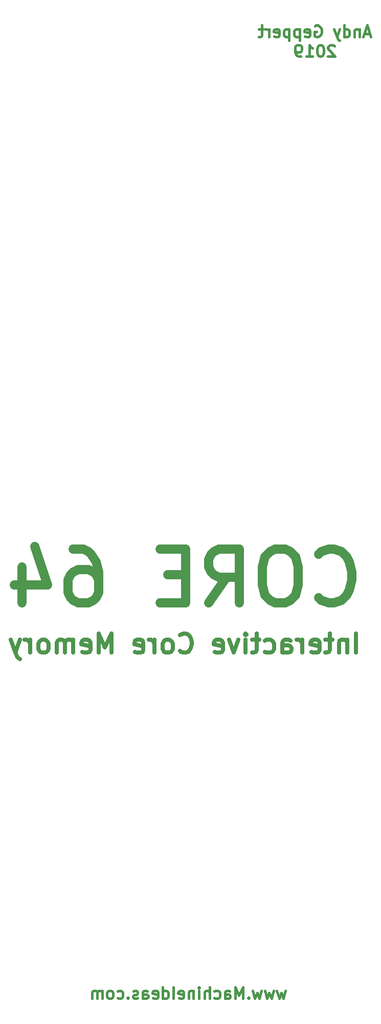
<source format=gbr>
G04 #@! TF.GenerationSoftware,KiCad,Pcbnew,(5.1.2-1)-1*
G04 #@! TF.CreationDate,2019-08-09T18:15:57-05:00*
G04 #@! TF.ProjectId,Interactive Core Memory Badge v0.1,496e7465-7261-4637-9469-766520436f72,0.1*
G04 #@! TF.SameCoordinates,Original*
G04 #@! TF.FileFunction,Legend,Bot*
G04 #@! TF.FilePolarity,Positive*
%FSLAX46Y46*%
G04 Gerber Fmt 4.6, Leading zero omitted, Abs format (unit mm)*
G04 Created by KiCad (PCBNEW (5.1.2-1)-1) date 2019-08-09 18:15:57*
%MOMM*%
%LPD*%
G04 APERTURE LIST*
%ADD10C,0.381000*%
%ADD11C,1.524000*%
%ADD12C,0.635000*%
G04 APERTURE END LIST*
D10*
X110716785Y-191361785D02*
X110353928Y-192631785D01*
X109991071Y-191724642D01*
X109628214Y-192631785D01*
X109265357Y-191361785D01*
X108721071Y-191361785D02*
X108358214Y-192631785D01*
X107995357Y-191724642D01*
X107632500Y-192631785D01*
X107269642Y-191361785D01*
X106725357Y-191361785D02*
X106362500Y-192631785D01*
X105999642Y-191724642D01*
X105636785Y-192631785D01*
X105273928Y-191361785D01*
X104548214Y-192450357D02*
X104457500Y-192541071D01*
X104548214Y-192631785D01*
X104638928Y-192541071D01*
X104548214Y-192450357D01*
X104548214Y-192631785D01*
X103641071Y-192631785D02*
X103641071Y-190726785D01*
X103006071Y-192087500D01*
X102371071Y-190726785D01*
X102371071Y-192631785D01*
X100647500Y-192631785D02*
X100647500Y-191633928D01*
X100738214Y-191452500D01*
X100919642Y-191361785D01*
X101282500Y-191361785D01*
X101463928Y-191452500D01*
X100647500Y-192541071D02*
X100828928Y-192631785D01*
X101282500Y-192631785D01*
X101463928Y-192541071D01*
X101554642Y-192359642D01*
X101554642Y-192178214D01*
X101463928Y-191996785D01*
X101282500Y-191906071D01*
X100828928Y-191906071D01*
X100647500Y-191815357D01*
X98923928Y-192541071D02*
X99105357Y-192631785D01*
X99468214Y-192631785D01*
X99649642Y-192541071D01*
X99740357Y-192450357D01*
X99831071Y-192268928D01*
X99831071Y-191724642D01*
X99740357Y-191543214D01*
X99649642Y-191452500D01*
X99468214Y-191361785D01*
X99105357Y-191361785D01*
X98923928Y-191452500D01*
X98107500Y-192631785D02*
X98107500Y-190726785D01*
X97291071Y-192631785D02*
X97291071Y-191633928D01*
X97381785Y-191452500D01*
X97563214Y-191361785D01*
X97835357Y-191361785D01*
X98016785Y-191452500D01*
X98107500Y-191543214D01*
X96383928Y-192631785D02*
X96383928Y-191361785D01*
X96383928Y-190726785D02*
X96474642Y-190817500D01*
X96383928Y-190908214D01*
X96293214Y-190817500D01*
X96383928Y-190726785D01*
X96383928Y-190908214D01*
X95476785Y-191361785D02*
X95476785Y-192631785D01*
X95476785Y-191543214D02*
X95386071Y-191452500D01*
X95204642Y-191361785D01*
X94932500Y-191361785D01*
X94751071Y-191452500D01*
X94660357Y-191633928D01*
X94660357Y-192631785D01*
X93027500Y-192541071D02*
X93208928Y-192631785D01*
X93571785Y-192631785D01*
X93753214Y-192541071D01*
X93843928Y-192359642D01*
X93843928Y-191633928D01*
X93753214Y-191452500D01*
X93571785Y-191361785D01*
X93208928Y-191361785D01*
X93027500Y-191452500D01*
X92936785Y-191633928D01*
X92936785Y-191815357D01*
X93843928Y-191996785D01*
X92120357Y-192631785D02*
X92120357Y-190726785D01*
X90396785Y-192631785D02*
X90396785Y-190726785D01*
X90396785Y-192541071D02*
X90578214Y-192631785D01*
X90941071Y-192631785D01*
X91122500Y-192541071D01*
X91213214Y-192450357D01*
X91303928Y-192268928D01*
X91303928Y-191724642D01*
X91213214Y-191543214D01*
X91122500Y-191452500D01*
X90941071Y-191361785D01*
X90578214Y-191361785D01*
X90396785Y-191452500D01*
X88763928Y-192541071D02*
X88945357Y-192631785D01*
X89308214Y-192631785D01*
X89489642Y-192541071D01*
X89580357Y-192359642D01*
X89580357Y-191633928D01*
X89489642Y-191452500D01*
X89308214Y-191361785D01*
X88945357Y-191361785D01*
X88763928Y-191452500D01*
X88673214Y-191633928D01*
X88673214Y-191815357D01*
X89580357Y-191996785D01*
X87040357Y-192631785D02*
X87040357Y-191633928D01*
X87131071Y-191452500D01*
X87312500Y-191361785D01*
X87675357Y-191361785D01*
X87856785Y-191452500D01*
X87040357Y-192541071D02*
X87221785Y-192631785D01*
X87675357Y-192631785D01*
X87856785Y-192541071D01*
X87947500Y-192359642D01*
X87947500Y-192178214D01*
X87856785Y-191996785D01*
X87675357Y-191906071D01*
X87221785Y-191906071D01*
X87040357Y-191815357D01*
X86223928Y-192541071D02*
X86042500Y-192631785D01*
X85679642Y-192631785D01*
X85498214Y-192541071D01*
X85407500Y-192359642D01*
X85407500Y-192268928D01*
X85498214Y-192087500D01*
X85679642Y-191996785D01*
X85951785Y-191996785D01*
X86133214Y-191906071D01*
X86223928Y-191724642D01*
X86223928Y-191633928D01*
X86133214Y-191452500D01*
X85951785Y-191361785D01*
X85679642Y-191361785D01*
X85498214Y-191452500D01*
X84591071Y-192450357D02*
X84500357Y-192541071D01*
X84591071Y-192631785D01*
X84681785Y-192541071D01*
X84591071Y-192450357D01*
X84591071Y-192631785D01*
X82867500Y-192541071D02*
X83048928Y-192631785D01*
X83411785Y-192631785D01*
X83593214Y-192541071D01*
X83683928Y-192450357D01*
X83774642Y-192268928D01*
X83774642Y-191724642D01*
X83683928Y-191543214D01*
X83593214Y-191452500D01*
X83411785Y-191361785D01*
X83048928Y-191361785D01*
X82867500Y-191452500D01*
X81778928Y-192631785D02*
X81960357Y-192541071D01*
X82051071Y-192450357D01*
X82141785Y-192268928D01*
X82141785Y-191724642D01*
X82051071Y-191543214D01*
X81960357Y-191452500D01*
X81778928Y-191361785D01*
X81506785Y-191361785D01*
X81325357Y-191452500D01*
X81234642Y-191543214D01*
X81143928Y-191724642D01*
X81143928Y-192268928D01*
X81234642Y-192450357D01*
X81325357Y-192541071D01*
X81506785Y-192631785D01*
X81778928Y-192631785D01*
X80327500Y-192631785D02*
X80327500Y-191361785D01*
X80327500Y-191543214D02*
X80236785Y-191452500D01*
X80055357Y-191361785D01*
X79783214Y-191361785D01*
X79601785Y-191452500D01*
X79511071Y-191633928D01*
X79511071Y-192631785D01*
X79511071Y-191633928D02*
X79420357Y-191452500D01*
X79238928Y-191361785D01*
X78966785Y-191361785D01*
X78785357Y-191452500D01*
X78694642Y-191633928D01*
X78694642Y-192631785D01*
X124641428Y-32988250D02*
X123734285Y-32988250D01*
X124822857Y-33532535D02*
X124187857Y-31627535D01*
X123552857Y-33532535D01*
X122917857Y-32262535D02*
X122917857Y-33532535D01*
X122917857Y-32443964D02*
X122827142Y-32353250D01*
X122645714Y-32262535D01*
X122373571Y-32262535D01*
X122192142Y-32353250D01*
X122101428Y-32534678D01*
X122101428Y-33532535D01*
X120377857Y-33532535D02*
X120377857Y-31627535D01*
X120377857Y-33441821D02*
X120559285Y-33532535D01*
X120922142Y-33532535D01*
X121103571Y-33441821D01*
X121194285Y-33351107D01*
X121285000Y-33169678D01*
X121285000Y-32625392D01*
X121194285Y-32443964D01*
X121103571Y-32353250D01*
X120922142Y-32262535D01*
X120559285Y-32262535D01*
X120377857Y-32353250D01*
X119652142Y-32262535D02*
X119198571Y-33532535D01*
X118745000Y-32262535D02*
X119198571Y-33532535D01*
X119380000Y-33986107D01*
X119470714Y-34076821D01*
X119652142Y-34167535D01*
X115570000Y-31718250D02*
X115751428Y-31627535D01*
X116023571Y-31627535D01*
X116295714Y-31718250D01*
X116477142Y-31899678D01*
X116567857Y-32081107D01*
X116658571Y-32443964D01*
X116658571Y-32716107D01*
X116567857Y-33078964D01*
X116477142Y-33260392D01*
X116295714Y-33441821D01*
X116023571Y-33532535D01*
X115842142Y-33532535D01*
X115570000Y-33441821D01*
X115479285Y-33351107D01*
X115479285Y-32716107D01*
X115842142Y-32716107D01*
X113937142Y-33441821D02*
X114118571Y-33532535D01*
X114481428Y-33532535D01*
X114662857Y-33441821D01*
X114753571Y-33260392D01*
X114753571Y-32534678D01*
X114662857Y-32353250D01*
X114481428Y-32262535D01*
X114118571Y-32262535D01*
X113937142Y-32353250D01*
X113846428Y-32534678D01*
X113846428Y-32716107D01*
X114753571Y-32897535D01*
X113030000Y-32262535D02*
X113030000Y-34167535D01*
X113030000Y-32353250D02*
X112848571Y-32262535D01*
X112485714Y-32262535D01*
X112304285Y-32353250D01*
X112213571Y-32443964D01*
X112122857Y-32625392D01*
X112122857Y-33169678D01*
X112213571Y-33351107D01*
X112304285Y-33441821D01*
X112485714Y-33532535D01*
X112848571Y-33532535D01*
X113030000Y-33441821D01*
X111306428Y-32262535D02*
X111306428Y-34167535D01*
X111306428Y-32353250D02*
X111125000Y-32262535D01*
X110762142Y-32262535D01*
X110580714Y-32353250D01*
X110490000Y-32443964D01*
X110399285Y-32625392D01*
X110399285Y-33169678D01*
X110490000Y-33351107D01*
X110580714Y-33441821D01*
X110762142Y-33532535D01*
X111125000Y-33532535D01*
X111306428Y-33441821D01*
X108857142Y-33441821D02*
X109038571Y-33532535D01*
X109401428Y-33532535D01*
X109582857Y-33441821D01*
X109673571Y-33260392D01*
X109673571Y-32534678D01*
X109582857Y-32353250D01*
X109401428Y-32262535D01*
X109038571Y-32262535D01*
X108857142Y-32353250D01*
X108766428Y-32534678D01*
X108766428Y-32716107D01*
X109673571Y-32897535D01*
X107950000Y-33532535D02*
X107950000Y-32262535D01*
X107950000Y-32625392D02*
X107859285Y-32443964D01*
X107768571Y-32353250D01*
X107587142Y-32262535D01*
X107405714Y-32262535D01*
X107042857Y-32262535D02*
X106317142Y-32262535D01*
X106770714Y-31627535D02*
X106770714Y-33260392D01*
X106680000Y-33441821D01*
X106498571Y-33532535D01*
X106317142Y-33532535D01*
X118835714Y-35047464D02*
X118745000Y-34956750D01*
X118563571Y-34866035D01*
X118110000Y-34866035D01*
X117928571Y-34956750D01*
X117837857Y-35047464D01*
X117747142Y-35228892D01*
X117747142Y-35410321D01*
X117837857Y-35682464D01*
X118926428Y-36771035D01*
X117747142Y-36771035D01*
X116567857Y-34866035D02*
X116386428Y-34866035D01*
X116205000Y-34956750D01*
X116114285Y-35047464D01*
X116023571Y-35228892D01*
X115932857Y-35591750D01*
X115932857Y-36045321D01*
X116023571Y-36408178D01*
X116114285Y-36589607D01*
X116205000Y-36680321D01*
X116386428Y-36771035D01*
X116567857Y-36771035D01*
X116749285Y-36680321D01*
X116840000Y-36589607D01*
X116930714Y-36408178D01*
X117021428Y-36045321D01*
X117021428Y-35591750D01*
X116930714Y-35228892D01*
X116840000Y-35047464D01*
X116749285Y-34956750D01*
X116567857Y-34866035D01*
X114118571Y-36771035D02*
X115207142Y-36771035D01*
X114662857Y-36771035D02*
X114662857Y-34866035D01*
X114844285Y-35138178D01*
X115025714Y-35319607D01*
X115207142Y-35410321D01*
X113211428Y-36771035D02*
X112848571Y-36771035D01*
X112667142Y-36680321D01*
X112576428Y-36589607D01*
X112395000Y-36317464D01*
X112304285Y-35954607D01*
X112304285Y-35228892D01*
X112395000Y-35047464D01*
X112485714Y-34956750D01*
X112667142Y-34866035D01*
X113030000Y-34866035D01*
X113211428Y-34956750D01*
X113302142Y-35047464D01*
X113392857Y-35228892D01*
X113392857Y-35682464D01*
X113302142Y-35863892D01*
X113211428Y-35954607D01*
X113030000Y-36045321D01*
X112667142Y-36045321D01*
X112485714Y-35954607D01*
X112395000Y-35863892D01*
X112304285Y-35682464D01*
D11*
X116205000Y-126365000D02*
X116628333Y-126788333D01*
X117898333Y-127211666D01*
X118745000Y-127211666D01*
X120015000Y-126788333D01*
X120861666Y-125941666D01*
X121285000Y-125095000D01*
X121708333Y-123401666D01*
X121708333Y-122131666D01*
X121285000Y-120438333D01*
X120861666Y-119591666D01*
X120015000Y-118745000D01*
X118745000Y-118321666D01*
X117898333Y-118321666D01*
X116628333Y-118745000D01*
X116205000Y-119168333D01*
X110701666Y-118321666D02*
X109008333Y-118321666D01*
X108161666Y-118745000D01*
X107315000Y-119591666D01*
X106891666Y-121285000D01*
X106891666Y-124248333D01*
X107315000Y-125941666D01*
X108161666Y-126788333D01*
X109008333Y-127211666D01*
X110701666Y-127211666D01*
X111548333Y-126788333D01*
X112395000Y-125941666D01*
X112818333Y-124248333D01*
X112818333Y-121285000D01*
X112395000Y-119591666D01*
X111548333Y-118745000D01*
X110701666Y-118321666D01*
X98001666Y-127211666D02*
X100965000Y-122978333D01*
X103081666Y-127211666D02*
X103081666Y-118321666D01*
X99695000Y-118321666D01*
X98848333Y-118745000D01*
X98425000Y-119168333D01*
X98001666Y-120015000D01*
X98001666Y-121285000D01*
X98425000Y-122131666D01*
X98848333Y-122555000D01*
X99695000Y-122978333D01*
X103081666Y-122978333D01*
X94191666Y-122555000D02*
X91228333Y-122555000D01*
X89958333Y-127211666D02*
X94191666Y-127211666D01*
X94191666Y-118321666D01*
X89958333Y-118321666D01*
X75565000Y-118321666D02*
X77258333Y-118321666D01*
X78105000Y-118745000D01*
X78528333Y-119168333D01*
X79375000Y-120438333D01*
X79798333Y-122131666D01*
X79798333Y-125518333D01*
X79375000Y-126365000D01*
X78951666Y-126788333D01*
X78105000Y-127211666D01*
X76411666Y-127211666D01*
X75565000Y-126788333D01*
X75141666Y-126365000D01*
X74718333Y-125518333D01*
X74718333Y-123401666D01*
X75141666Y-122555000D01*
X75565000Y-122131666D01*
X76411666Y-121708333D01*
X78105000Y-121708333D01*
X78951666Y-122131666D01*
X79375000Y-122555000D01*
X79798333Y-123401666D01*
X67098333Y-121285000D02*
X67098333Y-127211666D01*
X69215000Y-117898333D02*
X71331666Y-124248333D01*
X65828333Y-124248333D01*
D12*
X122403809Y-135421309D02*
X122403809Y-132246309D01*
X120891904Y-133304642D02*
X120891904Y-135421309D01*
X120891904Y-133607023D02*
X120740714Y-133455833D01*
X120438333Y-133304642D01*
X119984761Y-133304642D01*
X119682380Y-133455833D01*
X119531190Y-133758214D01*
X119531190Y-135421309D01*
X118472857Y-133304642D02*
X117263333Y-133304642D01*
X118019285Y-132246309D02*
X118019285Y-134967738D01*
X117868095Y-135270119D01*
X117565714Y-135421309D01*
X117263333Y-135421309D01*
X114995476Y-135270119D02*
X115297857Y-135421309D01*
X115902619Y-135421309D01*
X116205000Y-135270119D01*
X116356190Y-134967738D01*
X116356190Y-133758214D01*
X116205000Y-133455833D01*
X115902619Y-133304642D01*
X115297857Y-133304642D01*
X114995476Y-133455833D01*
X114844285Y-133758214D01*
X114844285Y-134060595D01*
X116356190Y-134362976D01*
X113483571Y-135421309D02*
X113483571Y-133304642D01*
X113483571Y-133909404D02*
X113332380Y-133607023D01*
X113181190Y-133455833D01*
X112878809Y-133304642D01*
X112576428Y-133304642D01*
X110157380Y-135421309D02*
X110157380Y-133758214D01*
X110308571Y-133455833D01*
X110610952Y-133304642D01*
X111215714Y-133304642D01*
X111518095Y-133455833D01*
X110157380Y-135270119D02*
X110459761Y-135421309D01*
X111215714Y-135421309D01*
X111518095Y-135270119D01*
X111669285Y-134967738D01*
X111669285Y-134665357D01*
X111518095Y-134362976D01*
X111215714Y-134211785D01*
X110459761Y-134211785D01*
X110157380Y-134060595D01*
X107284761Y-135270119D02*
X107587142Y-135421309D01*
X108191904Y-135421309D01*
X108494285Y-135270119D01*
X108645476Y-135118928D01*
X108796666Y-134816547D01*
X108796666Y-133909404D01*
X108645476Y-133607023D01*
X108494285Y-133455833D01*
X108191904Y-133304642D01*
X107587142Y-133304642D01*
X107284761Y-133455833D01*
X106377619Y-133304642D02*
X105168095Y-133304642D01*
X105924047Y-132246309D02*
X105924047Y-134967738D01*
X105772857Y-135270119D01*
X105470476Y-135421309D01*
X105168095Y-135421309D01*
X104109761Y-135421309D02*
X104109761Y-133304642D01*
X104109761Y-132246309D02*
X104260952Y-132397500D01*
X104109761Y-132548690D01*
X103958571Y-132397500D01*
X104109761Y-132246309D01*
X104109761Y-132548690D01*
X102900238Y-133304642D02*
X102144285Y-135421309D01*
X101388333Y-133304642D01*
X98969285Y-135270119D02*
X99271666Y-135421309D01*
X99876428Y-135421309D01*
X100178809Y-135270119D01*
X100330000Y-134967738D01*
X100330000Y-133758214D01*
X100178809Y-133455833D01*
X99876428Y-133304642D01*
X99271666Y-133304642D01*
X98969285Y-133455833D01*
X98818095Y-133758214D01*
X98818095Y-134060595D01*
X100330000Y-134362976D01*
X93224047Y-135118928D02*
X93375238Y-135270119D01*
X93828809Y-135421309D01*
X94131190Y-135421309D01*
X94584761Y-135270119D01*
X94887142Y-134967738D01*
X95038333Y-134665357D01*
X95189523Y-134060595D01*
X95189523Y-133607023D01*
X95038333Y-133002261D01*
X94887142Y-132699880D01*
X94584761Y-132397500D01*
X94131190Y-132246309D01*
X93828809Y-132246309D01*
X93375238Y-132397500D01*
X93224047Y-132548690D01*
X91409761Y-135421309D02*
X91712142Y-135270119D01*
X91863333Y-135118928D01*
X92014523Y-134816547D01*
X92014523Y-133909404D01*
X91863333Y-133607023D01*
X91712142Y-133455833D01*
X91409761Y-133304642D01*
X90956190Y-133304642D01*
X90653809Y-133455833D01*
X90502619Y-133607023D01*
X90351428Y-133909404D01*
X90351428Y-134816547D01*
X90502619Y-135118928D01*
X90653809Y-135270119D01*
X90956190Y-135421309D01*
X91409761Y-135421309D01*
X88990714Y-135421309D02*
X88990714Y-133304642D01*
X88990714Y-133909404D02*
X88839523Y-133607023D01*
X88688333Y-133455833D01*
X88385952Y-133304642D01*
X88083571Y-133304642D01*
X85815714Y-135270119D02*
X86118095Y-135421309D01*
X86722857Y-135421309D01*
X87025238Y-135270119D01*
X87176428Y-134967738D01*
X87176428Y-133758214D01*
X87025238Y-133455833D01*
X86722857Y-133304642D01*
X86118095Y-133304642D01*
X85815714Y-133455833D01*
X85664523Y-133758214D01*
X85664523Y-134060595D01*
X87176428Y-134362976D01*
X81884761Y-135421309D02*
X81884761Y-132246309D01*
X80826428Y-134514166D01*
X79768095Y-132246309D01*
X79768095Y-135421309D01*
X77046666Y-135270119D02*
X77349047Y-135421309D01*
X77953809Y-135421309D01*
X78256190Y-135270119D01*
X78407380Y-134967738D01*
X78407380Y-133758214D01*
X78256190Y-133455833D01*
X77953809Y-133304642D01*
X77349047Y-133304642D01*
X77046666Y-133455833D01*
X76895476Y-133758214D01*
X76895476Y-134060595D01*
X78407380Y-134362976D01*
X75534761Y-135421309D02*
X75534761Y-133304642D01*
X75534761Y-133607023D02*
X75383571Y-133455833D01*
X75081190Y-133304642D01*
X74627619Y-133304642D01*
X74325238Y-133455833D01*
X74174047Y-133758214D01*
X74174047Y-135421309D01*
X74174047Y-133758214D02*
X74022857Y-133455833D01*
X73720476Y-133304642D01*
X73266904Y-133304642D01*
X72964523Y-133455833D01*
X72813333Y-133758214D01*
X72813333Y-135421309D01*
X70847857Y-135421309D02*
X71150238Y-135270119D01*
X71301428Y-135118928D01*
X71452619Y-134816547D01*
X71452619Y-133909404D01*
X71301428Y-133607023D01*
X71150238Y-133455833D01*
X70847857Y-133304642D01*
X70394285Y-133304642D01*
X70091904Y-133455833D01*
X69940714Y-133607023D01*
X69789523Y-133909404D01*
X69789523Y-134816547D01*
X69940714Y-135118928D01*
X70091904Y-135270119D01*
X70394285Y-135421309D01*
X70847857Y-135421309D01*
X68428809Y-135421309D02*
X68428809Y-133304642D01*
X68428809Y-133909404D02*
X68277619Y-133607023D01*
X68126428Y-133455833D01*
X67824047Y-133304642D01*
X67521666Y-133304642D01*
X66765714Y-133304642D02*
X66009761Y-135421309D01*
X65253809Y-133304642D02*
X66009761Y-135421309D01*
X66312142Y-136177261D01*
X66463333Y-136328452D01*
X66765714Y-136479642D01*
M02*

</source>
